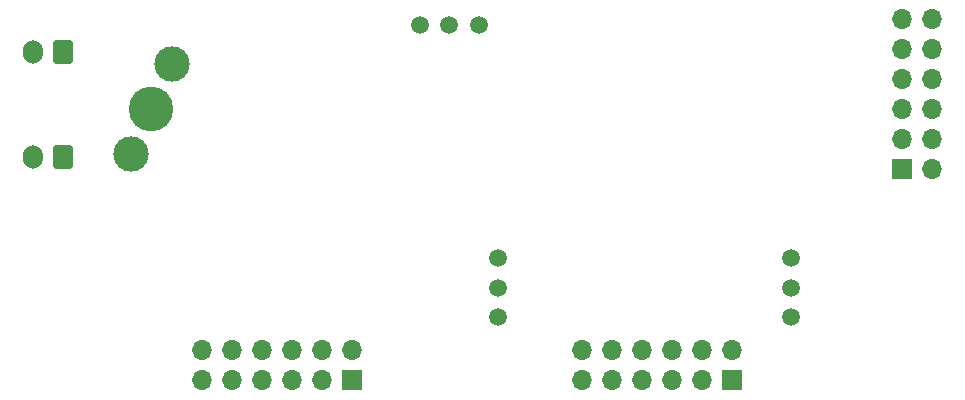
<source format=gbs>
G04 #@! TF.GenerationSoftware,KiCad,Pcbnew,6.0.2-378541a8eb~116~ubuntu20.04.1*
G04 #@! TF.CreationDate,2023-01-27T16:36:08+01:00*
G04 #@! TF.ProjectId,BUCKY_POWER,4255434b-595f-4504-9f57-45522e6b6963,rev?*
G04 #@! TF.SameCoordinates,Original*
G04 #@! TF.FileFunction,Soldermask,Bot*
G04 #@! TF.FilePolarity,Negative*
%FSLAX46Y46*%
G04 Gerber Fmt 4.6, Leading zero omitted, Abs format (unit mm)*
G04 Created by KiCad (PCBNEW 6.0.2-378541a8eb~116~ubuntu20.04.1) date 2023-01-27 16:36:08*
%MOMM*%
%LPD*%
G01*
G04 APERTURE LIST*
G04 Aperture macros list*
%AMRoundRect*
0 Rectangle with rounded corners*
0 $1 Rounding radius*
0 $2 $3 $4 $5 $6 $7 $8 $9 X,Y pos of 4 corners*
0 Add a 4 corners polygon primitive as box body*
4,1,4,$2,$3,$4,$5,$6,$7,$8,$9,$2,$3,0*
0 Add four circle primitives for the rounded corners*
1,1,$1+$1,$2,$3*
1,1,$1+$1,$4,$5*
1,1,$1+$1,$6,$7*
1,1,$1+$1,$8,$9*
0 Add four rect primitives between the rounded corners*
20,1,$1+$1,$2,$3,$4,$5,0*
20,1,$1+$1,$4,$5,$6,$7,0*
20,1,$1+$1,$6,$7,$8,$9,0*
20,1,$1+$1,$8,$9,$2,$3,0*%
G04 Aperture macros list end*
%ADD10C,1.500000*%
%ADD11RoundRect,0.250000X0.600000X0.750000X-0.600000X0.750000X-0.600000X-0.750000X0.600000X-0.750000X0*%
%ADD12O,1.700000X2.000000*%
%ADD13C,3.784600*%
%ADD14C,3.000000*%
%ADD15R,1.700000X1.700000*%
%ADD16O,1.700000X1.700000*%
G04 APERTURE END LIST*
D10*
X69550000Y-87800000D03*
X72050000Y-87800000D03*
X74550000Y-87800000D03*
X101000000Y-112525000D03*
X101000000Y-110025000D03*
X101000000Y-107525000D03*
X76150000Y-112525000D03*
X76150000Y-110025000D03*
X76150000Y-107525000D03*
D11*
X39300000Y-90050000D03*
D12*
X36800000Y-90050000D03*
D13*
X46800000Y-94900000D03*
D14*
X48527200Y-91090000D03*
X45072800Y-98710000D03*
D11*
X39300000Y-99000000D03*
D12*
X36800000Y-99000000D03*
D15*
X63800000Y-117875000D03*
D16*
X63800000Y-115335000D03*
X61260000Y-117875000D03*
X61260000Y-115335000D03*
X58720000Y-117875000D03*
X58720000Y-115335000D03*
X56180000Y-117875000D03*
X56180000Y-115335000D03*
X53640000Y-117875000D03*
X53640000Y-115335000D03*
X51100000Y-117875000D03*
X51100000Y-115335000D03*
D15*
X110400000Y-100000000D03*
D16*
X112940000Y-100000000D03*
X110400000Y-97460000D03*
X112940000Y-97460000D03*
X110400000Y-94920000D03*
X112940000Y-94920000D03*
X110400000Y-92380000D03*
X112940000Y-92380000D03*
X110400000Y-89840000D03*
X112940000Y-89840000D03*
X110400000Y-87300000D03*
X112940000Y-87300000D03*
D15*
X96000000Y-117875000D03*
D16*
X96000000Y-115335000D03*
X93460000Y-117875000D03*
X93460000Y-115335000D03*
X90920000Y-117875000D03*
X90920000Y-115335000D03*
X88380000Y-117875000D03*
X88380000Y-115335000D03*
X85840000Y-117875000D03*
X85840000Y-115335000D03*
X83300000Y-117875000D03*
X83300000Y-115335000D03*
M02*

</source>
